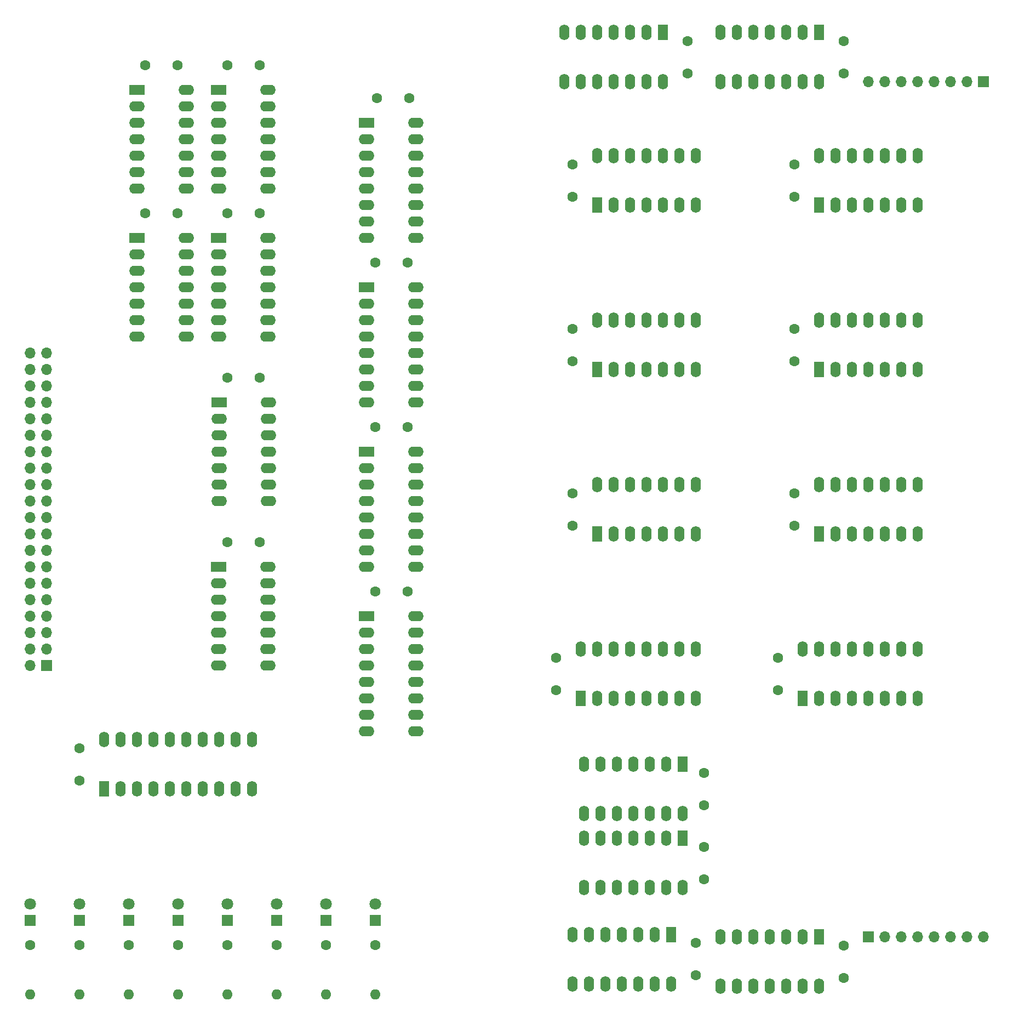
<source format=gbr>
%TF.GenerationSoftware,KiCad,Pcbnew,(6.0.1)*%
%TF.CreationDate,2022-07-04T18:26:58+02:00*%
%TF.ProjectId,ALU,414c552e-6b69-4636-9164-5f7063625858,rev?*%
%TF.SameCoordinates,Original*%
%TF.FileFunction,Soldermask,Bot*%
%TF.FilePolarity,Negative*%
%FSLAX46Y46*%
G04 Gerber Fmt 4.6, Leading zero omitted, Abs format (unit mm)*
G04 Created by KiCad (PCBNEW (6.0.1)) date 2022-07-04 18:26:58*
%MOMM*%
%LPD*%
G01*
G04 APERTURE LIST*
%ADD10R,1.600000X2.400000*%
%ADD11O,1.600000X2.400000*%
%ADD12R,2.400000X1.600000*%
%ADD13O,2.400000X1.600000*%
%ADD14R,1.800000X1.800000*%
%ADD15C,1.800000*%
%ADD16C,1.600000*%
%ADD17O,1.600000X1.600000*%
%ADD18R,1.700000X1.700000*%
%ADD19O,1.700000X1.700000*%
G04 APERTURE END LIST*
D10*
%TO.C,U20*%
X130053000Y-140955000D03*
D11*
X127513000Y-140955000D03*
X124973000Y-140955000D03*
X122433000Y-140955000D03*
X119893000Y-140955000D03*
X117353000Y-140955000D03*
X114813000Y-140955000D03*
X114813000Y-148575000D03*
X117353000Y-148575000D03*
X119893000Y-148575000D03*
X122433000Y-148575000D03*
X124973000Y-148575000D03*
X127513000Y-148575000D03*
X130053000Y-148575000D03*
%TD*%
D10*
%TO.C,U10*%
X151130000Y-105410000D03*
D11*
X153670000Y-105410000D03*
X156210000Y-105410000D03*
X158750000Y-105410000D03*
X161290000Y-105410000D03*
X163830000Y-105410000D03*
X166370000Y-105410000D03*
X166370000Y-97790000D03*
X163830000Y-97790000D03*
X161290000Y-97790000D03*
X158750000Y-97790000D03*
X156210000Y-97790000D03*
X153670000Y-97790000D03*
X151130000Y-97790000D03*
%TD*%
D12*
%TO.C,U22*%
X58405000Y-59685000D03*
D13*
X58405000Y-62225000D03*
X58405000Y-64765000D03*
X58405000Y-67305000D03*
X58405000Y-69845000D03*
X58405000Y-72385000D03*
X58405000Y-74925000D03*
X66025000Y-74925000D03*
X66025000Y-72385000D03*
X66025000Y-69845000D03*
X66025000Y-67305000D03*
X66025000Y-64765000D03*
X66025000Y-62225000D03*
X66025000Y-59685000D03*
%TD*%
D14*
%TO.C,D7*%
X36830000Y-165100000D03*
D15*
X36830000Y-162560000D03*
%TD*%
D10*
%TO.C,U15*%
X114300000Y-130810000D03*
D11*
X116840000Y-130810000D03*
X119380000Y-130810000D03*
X121920000Y-130810000D03*
X124460000Y-130810000D03*
X127000000Y-130810000D03*
X129540000Y-130810000D03*
X132080000Y-130810000D03*
X132080000Y-123190000D03*
X129540000Y-123190000D03*
X127000000Y-123190000D03*
X124460000Y-123190000D03*
X121920000Y-123190000D03*
X119380000Y-123190000D03*
X116840000Y-123190000D03*
X114300000Y-123190000D03*
%TD*%
D14*
%TO.C,D1*%
X82550000Y-165100000D03*
D15*
X82550000Y-162560000D03*
%TD*%
D16*
%TO.C,C3*%
X154940000Y-34250000D03*
X154940000Y-29250000D03*
%TD*%
D10*
%TO.C,U1*%
X151135000Y-167665000D03*
D11*
X148595000Y-167665000D03*
X146055000Y-167665000D03*
X143515000Y-167665000D03*
X140975000Y-167665000D03*
X138435000Y-167665000D03*
X135895000Y-167665000D03*
X135895000Y-175285000D03*
X138435000Y-175285000D03*
X140975000Y-175285000D03*
X143515000Y-175285000D03*
X146055000Y-175285000D03*
X148595000Y-175285000D03*
X151135000Y-175285000D03*
%TD*%
D16*
%TO.C,C14*%
X113030000Y-99100000D03*
X113030000Y-104100000D03*
%TD*%
%TO.C,R2*%
X74930000Y-168910000D03*
D17*
X74930000Y-176530000D03*
%TD*%
D14*
%TO.C,D4*%
X59690000Y-165100000D03*
D15*
X59690000Y-162560000D03*
%TD*%
D16*
%TO.C,R4*%
X59690000Y-168910000D03*
D17*
X59690000Y-176530000D03*
%TD*%
D10*
%TO.C,U25*%
X40640000Y-144780000D03*
D11*
X43180000Y-144780000D03*
X45720000Y-144780000D03*
X48260000Y-144780000D03*
X50800000Y-144780000D03*
X53340000Y-144780000D03*
X55880000Y-144780000D03*
X58420000Y-144780000D03*
X60960000Y-144780000D03*
X63500000Y-144780000D03*
X63500000Y-137160000D03*
X60960000Y-137160000D03*
X58420000Y-137160000D03*
X55880000Y-137160000D03*
X53340000Y-137160000D03*
X50800000Y-137160000D03*
X48260000Y-137160000D03*
X45720000Y-137160000D03*
X43180000Y-137160000D03*
X40640000Y-137160000D03*
%TD*%
D16*
%TO.C,C1*%
X154940000Y-173990000D03*
X154940000Y-168990000D03*
%TD*%
D12*
%TO.C,U24*%
X45720000Y-36830000D03*
D13*
X45720000Y-39370000D03*
X45720000Y-41910000D03*
X45720000Y-44450000D03*
X45720000Y-46990000D03*
X45720000Y-49530000D03*
X45720000Y-52070000D03*
X53340000Y-52070000D03*
X53340000Y-49530000D03*
X53340000Y-46990000D03*
X53340000Y-44450000D03*
X53340000Y-41910000D03*
X53340000Y-39370000D03*
X53340000Y-36830000D03*
%TD*%
D16*
%TO.C,C18*%
X87590000Y-88900000D03*
X82590000Y-88900000D03*
%TD*%
%TO.C,C9*%
X147320000Y-73700000D03*
X147320000Y-78700000D03*
%TD*%
%TO.C,C19*%
X87590000Y-114300000D03*
X82590000Y-114300000D03*
%TD*%
D10*
%TO.C,U8*%
X151130000Y-54610000D03*
D11*
X153670000Y-54610000D03*
X156210000Y-54610000D03*
X158750000Y-54610000D03*
X161290000Y-54610000D03*
X163830000Y-54610000D03*
X166370000Y-54610000D03*
X166370000Y-46990000D03*
X163830000Y-46990000D03*
X161290000Y-46990000D03*
X158750000Y-46990000D03*
X156210000Y-46990000D03*
X153670000Y-46990000D03*
X151130000Y-46990000D03*
%TD*%
D16*
%TO.C,C2*%
X132080000Y-173588000D03*
X132080000Y-168588000D03*
%TD*%
D10*
%TO.C,U13*%
X116835000Y-80025000D03*
D11*
X119375000Y-80025000D03*
X121915000Y-80025000D03*
X124455000Y-80025000D03*
X126995000Y-80025000D03*
X129535000Y-80025000D03*
X132075000Y-80025000D03*
X132075000Y-72405000D03*
X129535000Y-72405000D03*
X126995000Y-72405000D03*
X124455000Y-72405000D03*
X121915000Y-72405000D03*
X119375000Y-72405000D03*
X116835000Y-72405000D03*
%TD*%
D16*
%TO.C,C4*%
X130810000Y-34250000D03*
X130810000Y-29250000D03*
%TD*%
%TO.C,C12*%
X113030000Y-48300000D03*
X113030000Y-53300000D03*
%TD*%
D10*
%TO.C,U6*%
X130053000Y-152385000D03*
D11*
X127513000Y-152385000D03*
X124973000Y-152385000D03*
X122433000Y-152385000D03*
X119893000Y-152385000D03*
X117353000Y-152385000D03*
X114813000Y-152385000D03*
X114813000Y-160005000D03*
X117353000Y-160005000D03*
X119893000Y-160005000D03*
X122433000Y-160005000D03*
X124973000Y-160005000D03*
X127513000Y-160005000D03*
X130053000Y-160005000D03*
%TD*%
D12*
%TO.C,U17*%
X81265000Y-67325000D03*
D13*
X81265000Y-69865000D03*
X81265000Y-72405000D03*
X81265000Y-74945000D03*
X81265000Y-77485000D03*
X81265000Y-80025000D03*
X81265000Y-82565000D03*
X81265000Y-85105000D03*
X88885000Y-85105000D03*
X88885000Y-82565000D03*
X88885000Y-80025000D03*
X88885000Y-77485000D03*
X88885000Y-74945000D03*
X88885000Y-72405000D03*
X88885000Y-69865000D03*
X88885000Y-67325000D03*
%TD*%
D16*
%TO.C,C22*%
X64730000Y-55880000D03*
X59730000Y-55880000D03*
%TD*%
%TO.C,C7*%
X64730000Y-106680000D03*
X59730000Y-106680000D03*
%TD*%
%TO.C,C16*%
X87844000Y-38100000D03*
X82844000Y-38100000D03*
%TD*%
D10*
%TO.C,U4*%
X127005000Y-27925000D03*
D11*
X124465000Y-27925000D03*
X121925000Y-27925000D03*
X119385000Y-27925000D03*
X116845000Y-27925000D03*
X114305000Y-27925000D03*
X111765000Y-27925000D03*
X111765000Y-35545000D03*
X114305000Y-35545000D03*
X116845000Y-35545000D03*
X119385000Y-35545000D03*
X121925000Y-35545000D03*
X124465000Y-35545000D03*
X127005000Y-35545000D03*
%TD*%
D14*
%TO.C,D8*%
X29210000Y-165100000D03*
D15*
X29210000Y-162560000D03*
%TD*%
D12*
%TO.C,U18*%
X81265000Y-92725000D03*
D13*
X81265000Y-95265000D03*
X81265000Y-97805000D03*
X81265000Y-100345000D03*
X81265000Y-102885000D03*
X81265000Y-105425000D03*
X81265000Y-107965000D03*
X81265000Y-110505000D03*
X88885000Y-110505000D03*
X88885000Y-107965000D03*
X88885000Y-105425000D03*
X88885000Y-102885000D03*
X88885000Y-100345000D03*
X88885000Y-97805000D03*
X88885000Y-95265000D03*
X88885000Y-92725000D03*
%TD*%
D12*
%TO.C,U21*%
X58405000Y-36825000D03*
D13*
X58405000Y-39365000D03*
X58405000Y-41905000D03*
X58405000Y-44445000D03*
X58405000Y-46985000D03*
X58405000Y-49525000D03*
X58405000Y-52065000D03*
X66025000Y-52065000D03*
X66025000Y-49525000D03*
X66025000Y-46985000D03*
X66025000Y-44445000D03*
X66025000Y-41905000D03*
X66025000Y-39365000D03*
X66025000Y-36825000D03*
%TD*%
D16*
%TO.C,C8*%
X147320000Y-48300000D03*
X147320000Y-53300000D03*
%TD*%
D12*
%TO.C,U16*%
X81265000Y-41925000D03*
D13*
X81265000Y-44465000D03*
X81265000Y-47005000D03*
X81265000Y-49545000D03*
X81265000Y-52085000D03*
X81265000Y-54625000D03*
X81265000Y-57165000D03*
X81265000Y-59705000D03*
X88885000Y-59705000D03*
X88885000Y-57165000D03*
X88885000Y-54625000D03*
X88885000Y-52085000D03*
X88885000Y-49545000D03*
X88885000Y-47005000D03*
X88885000Y-44465000D03*
X88885000Y-41925000D03*
%TD*%
D18*
%TO.C,J1*%
X31750000Y-125730000D03*
D19*
X29210000Y-125730000D03*
X31750000Y-123190000D03*
X29210000Y-123190000D03*
X31750000Y-120650000D03*
X29210000Y-120650000D03*
X31750000Y-118110000D03*
X29210000Y-118110000D03*
X31750000Y-115570000D03*
X29210000Y-115570000D03*
X31750000Y-113030000D03*
X29210000Y-113030000D03*
X31750000Y-110490000D03*
X29210000Y-110490000D03*
X31750000Y-107950000D03*
X29210000Y-107950000D03*
X31750000Y-105410000D03*
X29210000Y-105410000D03*
X31750000Y-102870000D03*
X29210000Y-102870000D03*
X31750000Y-100330000D03*
X29210000Y-100330000D03*
X31750000Y-97790000D03*
X29210000Y-97790000D03*
X31750000Y-95250000D03*
X29210000Y-95250000D03*
X31750000Y-92710000D03*
X29210000Y-92710000D03*
X31750000Y-90170000D03*
X29210000Y-90170000D03*
X31750000Y-87630000D03*
X29210000Y-87630000D03*
X31750000Y-85090000D03*
X29210000Y-85090000D03*
X31750000Y-82550000D03*
X29210000Y-82550000D03*
X31750000Y-80010000D03*
X29210000Y-80010000D03*
X31750000Y-77470000D03*
X29210000Y-77470000D03*
%TD*%
D16*
%TO.C,C25*%
X36830000Y-138470000D03*
X36830000Y-143470000D03*
%TD*%
%TO.C,C15*%
X110490000Y-124500000D03*
X110490000Y-129500000D03*
%TD*%
%TO.C,R7*%
X36830000Y-168910000D03*
D17*
X36830000Y-176530000D03*
%TD*%
D14*
%TO.C,D6*%
X44450000Y-165100000D03*
D15*
X44450000Y-162560000D03*
%TD*%
D16*
%TO.C,C21*%
X64730000Y-33020000D03*
X59730000Y-33020000D03*
%TD*%
%TO.C,C10*%
X147320000Y-99100000D03*
X147320000Y-104100000D03*
%TD*%
%TO.C,C20*%
X133350000Y-147280000D03*
X133350000Y-142280000D03*
%TD*%
%TO.C,C17*%
X87575000Y-63500000D03*
X82575000Y-63500000D03*
%TD*%
%TO.C,R1*%
X82550000Y-168910000D03*
D17*
X82550000Y-176530000D03*
%TD*%
D16*
%TO.C,R8*%
X29210000Y-168910000D03*
D17*
X29210000Y-176530000D03*
%TD*%
D12*
%TO.C,U19*%
X81265000Y-118125000D03*
D13*
X81265000Y-120665000D03*
X81265000Y-123205000D03*
X81265000Y-125745000D03*
X81265000Y-128285000D03*
X81265000Y-130825000D03*
X81265000Y-133365000D03*
X81265000Y-135905000D03*
X88885000Y-135905000D03*
X88885000Y-133365000D03*
X88885000Y-130825000D03*
X88885000Y-128285000D03*
X88885000Y-125745000D03*
X88885000Y-123205000D03*
X88885000Y-120665000D03*
X88885000Y-118125000D03*
%TD*%
D10*
%TO.C,U9*%
X151125000Y-80025000D03*
D11*
X153665000Y-80025000D03*
X156205000Y-80025000D03*
X158745000Y-80025000D03*
X161285000Y-80025000D03*
X163825000Y-80025000D03*
X166365000Y-80025000D03*
X166365000Y-72405000D03*
X163825000Y-72405000D03*
X161285000Y-72405000D03*
X158745000Y-72405000D03*
X156205000Y-72405000D03*
X153665000Y-72405000D03*
X151125000Y-72405000D03*
%TD*%
D12*
%TO.C,U5*%
X58420000Y-85090000D03*
D13*
X58420000Y-87630000D03*
X58420000Y-90170000D03*
X58420000Y-92710000D03*
X58420000Y-95250000D03*
X58420000Y-97790000D03*
X58420000Y-100330000D03*
X66040000Y-100330000D03*
X66040000Y-97790000D03*
X66040000Y-95250000D03*
X66040000Y-92710000D03*
X66040000Y-90170000D03*
X66040000Y-87630000D03*
X66040000Y-85090000D03*
%TD*%
D16*
%TO.C,R5*%
X52070000Y-168910000D03*
D17*
X52070000Y-176530000D03*
%TD*%
D18*
%TO.C,J3*%
X158750000Y-167640000D03*
D19*
X161290000Y-167640000D03*
X163830000Y-167640000D03*
X166370000Y-167640000D03*
X168910000Y-167640000D03*
X171450000Y-167640000D03*
X173990000Y-167640000D03*
X176530000Y-167640000D03*
%TD*%
D14*
%TO.C,D5*%
X52070000Y-165100000D03*
D15*
X52070000Y-162560000D03*
%TD*%
D12*
%TO.C,U23*%
X45720000Y-59690000D03*
D13*
X45720000Y-62230000D03*
X45720000Y-64770000D03*
X45720000Y-67310000D03*
X45720000Y-69850000D03*
X45720000Y-72390000D03*
X45720000Y-74930000D03*
X53340000Y-74930000D03*
X53340000Y-72390000D03*
X53340000Y-69850000D03*
X53340000Y-67310000D03*
X53340000Y-64770000D03*
X53340000Y-62230000D03*
X53340000Y-59690000D03*
%TD*%
D18*
%TO.C,J2*%
X176530000Y-35560000D03*
D19*
X173990000Y-35560000D03*
X171450000Y-35560000D03*
X168910000Y-35560000D03*
X166370000Y-35560000D03*
X163830000Y-35560000D03*
X161290000Y-35560000D03*
X158750000Y-35560000D03*
%TD*%
D12*
%TO.C,U7*%
X58405000Y-110485000D03*
D13*
X58405000Y-113025000D03*
X58405000Y-115565000D03*
X58405000Y-118105000D03*
X58405000Y-120645000D03*
X58405000Y-123185000D03*
X58405000Y-125725000D03*
X66025000Y-125725000D03*
X66025000Y-123185000D03*
X66025000Y-120645000D03*
X66025000Y-118105000D03*
X66025000Y-115565000D03*
X66025000Y-113025000D03*
X66025000Y-110485000D03*
%TD*%
D16*
%TO.C,C5*%
X64730000Y-81280000D03*
X59730000Y-81280000D03*
%TD*%
%TO.C,C11*%
X144780000Y-124500000D03*
X144780000Y-129500000D03*
%TD*%
D10*
%TO.C,U14*%
X116840000Y-105410000D03*
D11*
X119380000Y-105410000D03*
X121920000Y-105410000D03*
X124460000Y-105410000D03*
X127000000Y-105410000D03*
X129540000Y-105410000D03*
X132080000Y-105410000D03*
X132080000Y-97790000D03*
X129540000Y-97790000D03*
X127000000Y-97790000D03*
X124460000Y-97790000D03*
X121920000Y-97790000D03*
X119380000Y-97790000D03*
X116840000Y-97790000D03*
%TD*%
D10*
%TO.C,U12*%
X116835000Y-54625000D03*
D11*
X119375000Y-54625000D03*
X121915000Y-54625000D03*
X124455000Y-54625000D03*
X126995000Y-54625000D03*
X129535000Y-54625000D03*
X132075000Y-54625000D03*
X132075000Y-47005000D03*
X129535000Y-47005000D03*
X126995000Y-47005000D03*
X124455000Y-47005000D03*
X121915000Y-47005000D03*
X119375000Y-47005000D03*
X116835000Y-47005000D03*
%TD*%
D14*
%TO.C,D2*%
X74930000Y-165100000D03*
D15*
X74930000Y-162560000D03*
%TD*%
D16*
%TO.C,R3*%
X67310000Y-168910000D03*
D17*
X67310000Y-176530000D03*
%TD*%
D10*
%TO.C,U2*%
X128275000Y-167263000D03*
D11*
X125735000Y-167263000D03*
X123195000Y-167263000D03*
X120655000Y-167263000D03*
X118115000Y-167263000D03*
X115575000Y-167263000D03*
X113035000Y-167263000D03*
X113035000Y-174883000D03*
X115575000Y-174883000D03*
X118115000Y-174883000D03*
X120655000Y-174883000D03*
X123195000Y-174883000D03*
X125735000Y-174883000D03*
X128275000Y-174883000D03*
%TD*%
D16*
%TO.C,C6*%
X133350000Y-158710000D03*
X133350000Y-153710000D03*
%TD*%
D10*
%TO.C,U11*%
X148605000Y-130825000D03*
D11*
X151145000Y-130825000D03*
X153685000Y-130825000D03*
X156225000Y-130825000D03*
X158765000Y-130825000D03*
X161305000Y-130825000D03*
X163845000Y-130825000D03*
X166385000Y-130825000D03*
X166385000Y-123205000D03*
X163845000Y-123205000D03*
X161305000Y-123205000D03*
X158765000Y-123205000D03*
X156225000Y-123205000D03*
X153685000Y-123205000D03*
X151145000Y-123205000D03*
X148605000Y-123205000D03*
%TD*%
D14*
%TO.C,D3*%
X67310000Y-165100000D03*
D15*
X67310000Y-162560000D03*
%TD*%
D16*
%TO.C,C13*%
X113030000Y-73700000D03*
X113030000Y-78700000D03*
%TD*%
D10*
%TO.C,U3*%
X151135000Y-27925000D03*
D11*
X148595000Y-27925000D03*
X146055000Y-27925000D03*
X143515000Y-27925000D03*
X140975000Y-27925000D03*
X138435000Y-27925000D03*
X135895000Y-27925000D03*
X135895000Y-35545000D03*
X138435000Y-35545000D03*
X140975000Y-35545000D03*
X143515000Y-35545000D03*
X146055000Y-35545000D03*
X148595000Y-35545000D03*
X151135000Y-35545000D03*
%TD*%
D16*
%TO.C,C23*%
X52030000Y-55880000D03*
X47030000Y-55880000D03*
%TD*%
%TO.C,C24*%
X52030000Y-33020000D03*
X47030000Y-33020000D03*
%TD*%
%TO.C,R6*%
X44450000Y-168910000D03*
D17*
X44450000Y-176530000D03*
%TD*%
M02*

</source>
